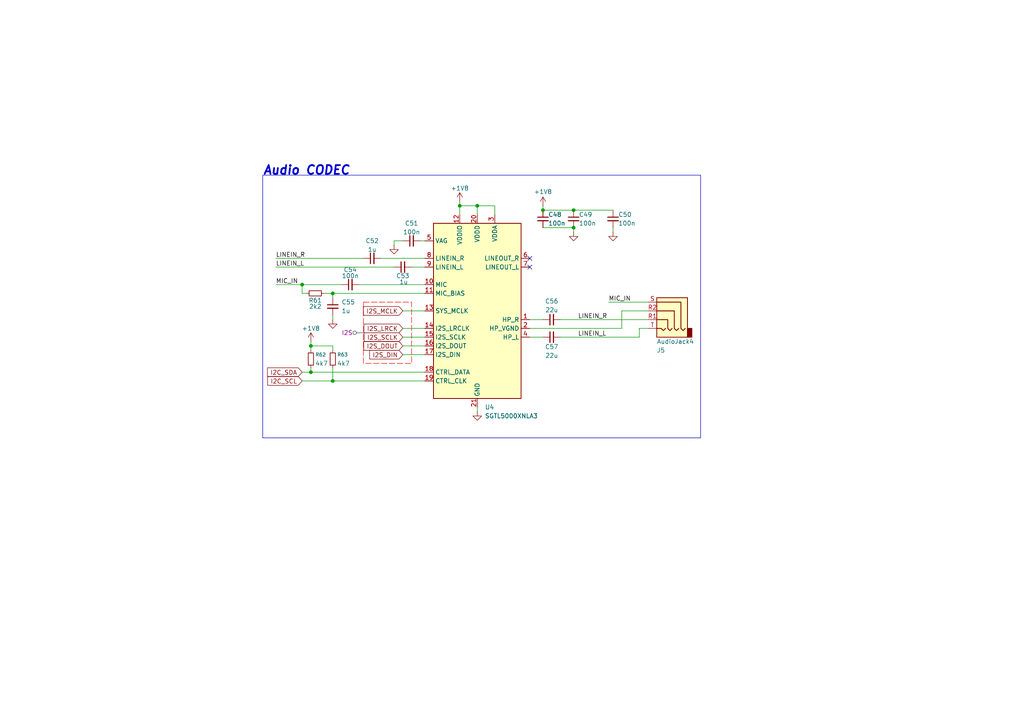
<source format=kicad_sch>
(kicad_sch (version 20250114) (generator "eeschema") (generator_version "9.0")
  (paper "A4")
  (title_block (title "FPGA Zynq7000 Dev Board") (date "2025-07-10") (rev "A"))
  (lib_symbols
    (symbol "Audio:SGTL5000XNLA3"
      (property "Reference" "U" (at 0 0 0))
      (property "Value" "SGTL5000XNLA3" (at -5.08 -27.94 0))
      (symbol "SGTL5000XNLA3_0_1"
        (rectangle (start -12.7 25.4) (end 12.7 -25.4) (stroke (width 0.254)) (fill (type background)))
      )
      (symbol "SGTL5000XNLA3_1_1"
        (pin passive line (at -15.24 20.32 0) (length 2.54) (name "VAG") (number "5"))
        (pin input line (at -15.24 15.24 0) (length 2.54) (name "LINEIN_R") (number "8"))
        (pin input line (at -15.24 12.7 0) (length 2.54) (name "LINEIN_L") (number "9"))
        (pin input line (at -15.24 7.62 0) (length 2.54) (name "MIC") (number "10"))
        (pin input line (at -15.24 5.08 0) (length 2.54) (name "MIC_BIAS") (number "11"))
        (pin input line (at -15.24 0 0) (length 2.54) (name "SYS_MCLK") (number "13"))
        (pin input line (at -15.24 -5.08 0) (length 2.54) (name "I2S_LRCLK") (number "14"))
        (pin input line (at -15.24 -7.62 0) (length 2.54) (name "I2S_SCLK") (number "15"))
        (pin output line (at -15.24 -10.16 0) (length 2.54) (name "I2S_DOUT") (number "16"))
        (pin input line (at -15.24 -12.7 0) (length 2.54) (name "I2S_DIN") (number "17"))
        (pin input line (at -15.24 -17.78 0) (length 2.54) (name "CTRL_DATA") (number "18"))
        (pin input line (at -15.24 -20.32 0) (length 2.54) (name "CTRL_CLK") (number "19"))
        (pin power_in line (at -5.08 27.94 270) (length 2.54) (name "VDDIO") (number "12"))
        (pin power_in line (at 0 27.94 270) (length 2.54) (name "VDDD") (number "20"))
        (pin power_in line (at 0 -27.94 90) (length 2.54) (name "GND") (number "21"))
        (pin power_in line (at 5.08 27.94 270) (length 2.54) (name "VDDA") (number "3"))
        (pin output line (at 15.24 15.24 180) (length 2.54) (name "LINEOUT_R") (number "6"))
        (pin output line (at 15.24 12.7 180) (length 2.54) (name "LINEOUT_L") (number "7"))
        (pin output line (at 15.24 -2.54 180) (length 2.54) (name "HP_R") (number "1"))
        (pin power_out line (at 15.24 -5.08 180) (length 2.54) (name "HP_VGND") (number "2"))
        (pin output line (at 15.24 -7.62 180) (length 2.54) (name "HP_L") (number "4"))
      )
    )
    (symbol "Connector_Audio:AudioJack4"
      (property "Reference" "J" (at 0 8.89 0))
      (property "Value" "AudioJack4" (at 0 6.35 0))
      (symbol "AudioJack4_0_1"
        (rectangle (start -6.35 -5.08) (end -7.62 -7.62) (stroke (width 0.254)) (fill (type outline)))
        (polyline (pts (xy -5.715 -5.08) (xy -5.08 -5.715) (xy -4.445 -5.08) (xy -4.445 2.54) (xy 2.54 2.54)) (stroke (width 0.254)))
        (polyline (pts (xy -1.905 -5.08) (xy -1.27 -5.715) (xy -0.635 -5.08) (xy -0.635 -2.54) (xy 2.54 -2.54)) (stroke (width 0.254)))
        (polyline (pts (xy 0 -5.08) (xy 0.635 -5.715) (xy 1.27 -5.08) (xy 2.54 -5.08)) (stroke (width 0.254)))
        (rectangle (start 2.54 3.81) (end -6.35 -7.62) (stroke (width 0.254)) (fill (type background)))
        (polyline (pts (xy 2.54 0) (xy -2.54 0) (xy -2.54 -5.08) (xy -3.175 -5.715) (xy -3.81 -5.08)) (stroke (width 0.254)))
      )
      (symbol "AudioJack4_1_1"
        (pin passive line (at 5.08 2.54 180) (length 2.54) (name "~") (number "S"))
        (pin passive line (at 5.08 0 180) (length 2.54) (name "~") (number "R2"))
        (pin passive line (at 5.08 -2.54 180) (length 2.54) (name "~") (number "R1"))
        (pin passive line (at 5.08 -5.08 180) (length 2.54) (name "~") (number "T"))
      )
    )
    (symbol "Device:C_Small" (pin_numbers (hide yes)) (pin_names (offset 0.254) (hide yes))
      (property "Reference" "C" (at 0.254 1.778 0))
      (property "Value" "C_Small" (at 0.254 -2.032 0))
      (symbol "C_Small_0_1"
        (polyline (pts (xy -1.524 0.508) (xy 1.524 0.508)) (stroke (width 0.3048)))
        (polyline (pts (xy -1.524 -0.508) (xy 1.524 -0.508)) (stroke (width 0.3302)))
      )
      (symbol "C_Small_1_1"
        (pin passive line (at 0 2.54 270) (length 2.032) (name "~") (number "1"))
        (pin passive line (at 0 -2.54 90) (length 2.032) (name "~") (number "2"))
      )
    )
    (symbol "Device:R_Small" (pin_numbers (hide yes)) (pin_names (offset 0.254) (hide yes))
      (property "Reference" "R" (at 0 0 90))
      (property "Value" "R_Small" (at 1.778 0 90))
      (symbol "R_Small_0_1"
        (rectangle (start -0.762 1.778) (end 0.762 -1.778) (stroke (width 0.2032)))
      )
      (symbol "R_Small_1_1"
        (pin passive line (at 0 2.54 270) (length 0.762) (name "~") (number "1"))
        (pin passive line (at 0 -2.54 90) (length 0.762) (name "~") (number "2"))
      )
    )
    (symbol "power:GND" (power) (pin_numbers (hide yes)) (pin_names (offset 0) (hide yes))
      (property "Value" "GND" (at 0 -3.81 0))
      (symbol "GND_0_1"
        (polyline (pts (xy 0 0) (xy 0 -1.27) (xy 1.27 -1.27) (xy 0 -2.54) (xy -1.27 -1.27) (xy 0 -1.27)))
      )
      (symbol "GND_1_1"
        (pin power_in line (at 0 0 270) (length 0) (name "~") (number "1"))
      )
    )
    (symbol "power:VDD" (power) (pin_numbers (hide yes)) (pin_names (offset 0) (hide yes))
      (property "Value" "VDD" (at 0 3.556 0))
      (symbol "VDD_0_1"
        (polyline (pts (xy -0.762 1.27) (xy 0 2.54)))
        (polyline (pts (xy 0 2.54) (xy 0.762 1.27)))
        (polyline (pts (xy 0 0) (xy 0 2.54)))
      )
      (symbol "VDD_1_1"
        (pin power_in line (at 0 0 90) (length 0) (name "~") (number "1"))
      )
    )
  )
  (rectangle (start 76.2 50.8) (end 203.2 127))
  (text "Audio CODEC" (at 76.2 49.53 0) (effects (font (size 2.54 2.54) (thickness 0.508) (bold yes) (italic yes)) (justify left)))
  (junction (at 90.17 100.33))
  (junction (at 87.63 82.55))
  (junction (at 138.43 59.69))
  (junction (at 96.52 85.09))
  (junction (at 166.37 66.04))
  (junction (at 157.48 60.96))
  (junction (at 166.37 60.96))
  (junction (at 90.17 107.95))
  (junction (at 96.52 110.49))
  (junction (at 133.35 59.69))
  (no_connect (at 153.67 77.47))
  (no_connect (at 153.67 74.93))
  (wire (pts (xy 90.17 100.33) (xy 90.17 101.6)))
  (wire (pts (xy 93.98 85.09) (xy 96.52 85.09)))
  (wire (pts (xy 185.42 95.25) (xy 185.42 97.79)))
  (wire (pts (xy 185.42 95.25) (xy 187.96 95.25)))
  (wire (pts (xy 114.3 69.85) (xy 116.84 69.85)))
  (wire (pts (xy 87.63 82.55) (xy 87.63 85.09)))
  (wire (pts (xy 96.52 85.09) (xy 123.19 85.09)))
  (wire (pts (xy 153.67 95.25) (xy 180.34 95.25)))
  (wire (pts (xy 116.84 97.79) (xy 123.19 97.79)))
  (wire (pts (xy 157.48 59.69) (xy 157.48 60.96)))
  (wire (pts (xy 116.84 100.33) (xy 123.19 100.33)))
  (wire (pts (xy 96.52 85.09) (xy 96.52 86.36)))
  (wire (pts (xy 133.35 58.42) (xy 133.35 59.69)))
  (wire (pts (xy 90.17 107.95) (xy 123.19 107.95)))
  (wire (pts (xy 162.56 92.71) (xy 187.96 92.71)))
  (wire (pts (xy 96.52 106.68) (xy 96.52 110.49)))
  (wire (pts (xy 153.67 92.71) (xy 157.48 92.71)))
  (wire (pts (xy 90.17 106.68) (xy 90.17 107.95)))
  (wire (pts (xy 157.48 66.04) (xy 166.37 66.04)))
  (wire (pts (xy 177.8 66.04) (xy 177.8 67.31)))
  (wire (pts (xy 104.14 82.55) (xy 123.19 82.55)))
  (wire (pts (xy 110.49 74.93) (xy 123.19 74.93)))
  (wire (pts (xy 114.3 71.12) (xy 114.3 69.85)))
  (wire (pts (xy 88.9 85.09) (xy 87.63 85.09)))
  (wire (pts (xy 133.35 59.69) (xy 138.43 59.69)))
  (wire (pts (xy 80.01 77.47) (xy 114.3 77.47)))
  (wire (pts (xy 157.48 60.96) (xy 166.37 60.96)))
  (wire (pts (xy 138.43 59.69) (xy 138.43 62.23)))
  (wire (pts (xy 90.17 99.06) (xy 90.17 100.33)))
  (wire (pts (xy 116.84 90.17) (xy 123.19 90.17)))
  (wire (pts (xy 87.63 110.49) (xy 96.52 110.49)))
  (wire (pts (xy 162.56 97.79) (xy 185.42 97.79)))
  (wire (pts (xy 176.53 87.63) (xy 187.96 87.63)))
  (wire (pts (xy 166.37 60.96) (xy 177.8 60.96)))
  (wire (pts (xy 138.43 59.69) (xy 143.51 59.69)))
  (wire (pts (xy 116.84 95.25) (xy 123.19 95.25)))
  (wire (pts (xy 143.51 59.69) (xy 143.51 62.23)))
  (wire (pts (xy 119.38 77.47) (xy 123.19 77.47)))
  (wire (pts (xy 138.43 118.11) (xy 138.43 119.38)))
  (wire (pts (xy 87.63 82.55) (xy 99.06 82.55)))
  (wire (pts (xy 116.84 102.87) (xy 123.19 102.87)))
  (wire (pts (xy 80.01 82.55) (xy 87.63 82.55)))
  (wire (pts (xy 180.34 90.17) (xy 187.96 90.17)))
  (wire (pts (xy 87.63 107.95) (xy 90.17 107.95)))
  (wire (pts (xy 166.37 66.04) (xy 166.37 67.31)))
  (wire (pts (xy 96.52 100.33) (xy 96.52 101.6)))
  (wire (pts (xy 96.52 91.44) (xy 96.52 92.71)))
  (wire (pts (xy 96.52 110.49) (xy 123.19 110.49)))
  (wire (pts (xy 153.67 97.79) (xy 157.48 97.79)))
  (wire (pts (xy 180.34 90.17) (xy 180.34 95.25)))
  (wire (pts (xy 121.92 69.85) (xy 123.19 69.85)))
  (wire (pts (xy 90.17 100.33) (xy 96.52 100.33)))
  (wire (pts (xy 133.35 59.69) (xy 133.35 62.23)))
  (wire (pts (xy 80.01 74.93) (xy 105.41 74.93)))
  (label "LINEIN_R" (at 167.64 92.71 0))
  (label "LINEIN_L" (at 80.01 77.47 0))
  (label "MIC_IN" (at 176.53 87.63 0))
  (label "LINEIN_R" (at 80.01 74.93 0))
  (label "MIC_IN" (at 80.01 82.55 0))
  (label "LINEIN_L" (at 167.64 97.79 0))
  (global_label "I2S_DIN" (shape input) (at 116.84 102.87 180) (property "Intersheetrefs" "${INTERSHEET_REFS}" (effects (hide yes))))
  (global_label "I2C_SCL" (shape input) (at 87.63 110.49 180) (property "Intersheetrefs" "${INTERSHEET_REFS}" (effects (hide yes))))
  (global_label "I2S_SCLK" (shape input) (at 116.84 97.79 180) (property "Intersheetrefs" "${INTERSHEET_REFS}" (effects (hide yes))))
  (global_label "I2S_MCLK" (shape input) (at 116.84 90.17 180) (property "Intersheetrefs" "${INTERSHEET_REFS}" (effects (hide yes))))
  (global_label "I2S_DOUT" (shape input) (at 116.84 100.33 180) (property "Intersheetrefs" "${INTERSHEET_REFS}" (effects (hide yes))))
  (global_label "I2S_LRCK" (shape input) (at 116.84 95.25 180) (property "Intersheetrefs" "${INTERSHEET_REFS}" (effects (hide yes))))
  (global_label "I2C_SDA" (shape input) (at 87.63 107.95 180) (property "Intersheetrefs" "${INTERSHEET_REFS}" (effects (hide yes))))
  (rule_area (polyline (pts (xy 105.41 87.63) (xy 119.38 87.63) (xy 119.38 105.41) (xy 105.41 105.41)) (stroke (width 0) (type dash))))
  (netclass_flag "" (length 2.54) (shape round) (at 105.41 96.52 90) (property "Netclass" "I2S" (at 99.06 96.52 0) (effects (justify left))))
  (symbol (lib_id "Device:C_Small") (at 101.6 82.55 90) (unit 1)
    (property "Reference" "C54" (at 101.6 78.232 90))
    (property "Value" "100n" (at 101.6 80.01 90))
    (property "Footprint" "Capacitor_SMD:C_0402_1005Metric" (effects (hide yes)))
    (property "Description" "Unpolarized capacitor, small symbol" (effects (hide yes)))
  )
  (symbol (lib_id "Device:C_Small") (at 96.52 88.9 0) (unit 1)
    (property "Reference" "C55" (at 99.06 87.63 0) (effects (justify left)))
    (property "Value" "1u" (at 99.06 90.17 0) (effects (justify left)))
    (property "Footprint" "Capacitor_SMD:C_0402_1005Metric" (effects (hide yes)))
    (property "Description" "Unpolarized capacitor, small symbol" (effects (hide yes)))
  )
  (symbol (lib_id "Device:R_Small") (at 96.52 104.14 0) (unit 1)
    (property "Reference" "R63" (at 97.79 102.87 0) (effects (font (size 1.016 1.016)) (justify left)))
    (property "Value" "4k7" (at 97.79 105.4099 0) (effects (justify left)))
    (property "Footprint" "Resistor_SMD:R_0402_1005Metric" (effects (hide yes)))
    (property "Description" "Resistor, small symbol" (effects (hide yes)))
  )
  (symbol (lib_id "Device:R_Small") (at 91.44 85.09 90) (unit 1)
    (property "Reference" "R61" (at 91.44 87.122 90))
    (property "Value" "2k2" (at 91.44 88.9 90))
    (property "Footprint" "Resistor_SMD:R_0402_1005Metric" (effects (hide yes)))
    (property "Description" "Resistor, small symbol" (effects (hide yes)))
  )
  (symbol (lib_id "power:GND") (at 166.37 67.31 0) (unit 1)
    (property "Reference" "#PWR064" (effects (hide yes)))
    (property "Value" "GND" (effects (hide yes)))
    (property "Description" "Power symbol creates a global label with name \"GND\" , ground" (effects (hide yes)))
  )
  (symbol (lib_id "Device:C_Small") (at 116.84 77.47 90) (unit 1)
    (property "Reference" "C53" (at 116.84 80.01 90))
    (property "Value" "1u" (at 117.094 81.788 90))
    (property "Footprint" "Capacitor_SMD:C_0402_1005Metric" (effects (hide yes)))
    (property "Description" "Unpolarized capacitor, small symbol" (effects (hide yes)))
  )
  (symbol (lib_id "Device:C_Small") (at 160.02 97.79 90) (unit 1)
    (property "Reference" "C57" (at 160.02 100.584 90))
    (property "Value" "22u" (at 160.02 103.124 90))
    (property "Footprint" "Capacitor_SMD:C_0603_1608Metric" (effects (hide yes)))
    (property "Description" "Unpolarized capacitor, small symbol" (effects (hide yes)))
  )
  (symbol (lib_id "Connector_Audio:AudioJack4") (at 193.04 90.17 0) (mirror y) (unit 1)
    (property "Reference" "J5" (at 190.5 101.6 0) (effects (justify right)))
    (property "Value" "AudioJack4" (at 190.5 99.06 0) (effects (justify right)))
    (property "Footprint" "Connector_Audio:Jack_3.5mm_PJ320D_Horizontal" (effects (hide yes)))
    (property "Description" "Audio Jack, 4 Poles (TRRS)" (effects (hide yes)))
  )
  (symbol (lib_id "Device:C_Small") (at 119.38 69.85 90) (unit 1)
    (property "Reference" "C51" (at 119.38 64.77 90))
    (property "Value" "100n" (at 119.38 67.31 90))
    (property "Footprint" "Capacitor_SMD:C_0402_1005Metric" (effects (hide yes)))
    (property "Description" "Unpolarized capacitor, small symbol" (effects (hide yes)))
  )
  (symbol (lib_id "power:VDD") (at 133.35 58.42 0) (unit 1)
    (property "Reference" "#PWR062" (effects (hide yes)))
    (property "Value" "+1V8" (at 133.35 54.61 0))
    (property "Description" "Power symbol creates a global label with name \"VDD\"" (effects (hide yes)))
  )
  (symbol (lib_id "power:GND") (at 114.3 71.12 0) (unit 1)
    (property "Reference" "#PWR066" (effects (hide yes)))
    (property "Value" "GND" (effects (hide yes)))
    (property "Description" "Power symbol creates a global label with name \"GND\" , ground" (effects (hide yes)))
  )
  (symbol (lib_id "Device:C_Small") (at 157.48 63.5 0) (unit 1)
    (property "Reference" "C48" (at 159.004 62.23 0) (effects (justify left)))
    (property "Value" "100n" (at 159.004 64.77 0) (effects (justify left)))
    (property "Footprint" "Capacitor_SMD:C_0402_1005Metric" (effects (hide yes)))
    (property "Description" "Unpolarized capacitor, small symbol" (effects (hide yes)))
  )
  (symbol (lib_id "Device:R_Small") (at 90.17 104.14 0) (unit 1)
    (property "Reference" "R62" (at 91.44 102.87 0) (effects (font (size 1.016 1.016)) (justify left)))
    (property "Value" "4k7" (at 91.44 105.4099 0) (effects (justify left)))
    (property "Footprint" "Resistor_SMD:R_0402_1005Metric" (effects (hide yes)))
    (property "Description" "Resistor, small symbol" (effects (hide yes)))
  )
  (symbol (lib_id "Device:C_Small") (at 166.37 63.5 0) (unit 1)
    (property "Reference" "C49" (at 167.894 62.23 0) (effects (justify left)))
    (property "Value" "100n" (at 167.894 64.77 0) (effects (justify left)))
    (property "Footprint" "Capacitor_SMD:C_0402_1005Metric" (effects (hide yes)))
    (property "Description" "Unpolarized capacitor, small symbol" (effects (hide yes)))
  )
  (symbol (lib_id "power:VDD") (at 90.17 99.06 0) (unit 1)
    (property "Reference" "#PWR068" (effects (hide yes)))
    (property "Value" "+1V8" (at 90.17 95.25 0))
    (property "Description" "Power symbol creates a global label with name \"VDD\"" (effects (hide yes)))
  )
  (symbol (lib_id "power:GND") (at 138.43 119.38 0) (unit 1)
    (property "Reference" "#PWR069" (effects (hide yes)))
    (property "Value" "GND" (effects (hide yes)))
    (property "Description" "Power symbol creates a global label with name \"GND\" , ground" (effects (hide yes)))
  )
  (symbol (lib_id "power:GND") (at 96.52 92.71 0) (unit 1)
    (property "Reference" "#PWR067" (effects (hide yes)))
    (property "Value" "GND" (effects (hide yes)))
    (property "Description" "Power symbol creates a global label with name \"GND\" , ground" (effects (hide yes)))
  )
  (symbol (lib_id "Device:C_Small") (at 160.02 92.71 90) (unit 1)
    (property "Reference" "C56" (at 160.02 87.376 90))
    (property "Value" "22u" (at 160.02 89.916 90))
    (property "Footprint" "Capacitor_SMD:C_0603_1608Metric" (effects (hide yes)))
    (property "Description" "Unpolarized capacitor, small symbol" (effects (hide yes)))
  )
  (symbol (lib_id "power:VDD") (at 157.48 59.69 0) (unit 1)
    (property "Reference" "#PWR063" (effects (hide yes)))
    (property "Value" "+1V8" (at 157.48 55.626 0))
    (property "Description" "Power symbol creates a global label with name \"VDD\"" (effects (hide yes)))
  )
  (symbol (lib_id "power:GND") (at 177.8 67.31 0) (unit 1)
    (property "Reference" "#PWR065" (effects (hide yes)))
    (property "Value" "GND" (effects (hide yes)))
    (property "Description" "Power symbol creates a global label with name \"GND\" , ground" (effects (hide yes)))
  )
  (symbol (lib_id "Audio:SGTL5000XNLA3") (at 138.43 90.17 0) (unit 1)
    (property "Reference" "U4" (at 140.6241 118.11 0) (effects (justify left)))
    (property "Value" "SGTL5000XNLA3" (at 140.6241 120.65 0) (effects (justify left)))
    (property "Footprint" "Package_DFN_QFN:QFN-20-1EP_3x3mm_P0.4mm_EP1.65x1.65mm" (effects (hide yes)))
    (property "Datasheet" "https://www.nxp.com/docs/en/data-sheet/SGTL5000.pdf" (effects (hide yes)))
    (property "Description" "Low Power Stereo Codec with Headphone Amp, QFN-20" (effects (hide yes)))
  )
  (symbol (lib_id "Device:C_Small") (at 177.8 63.5 0) (unit 1)
    (property "Reference" "C50" (at 179.324 62.23 0) (effects (justify left)))
    (property "Value" "100n" (at 179.324 64.77 0) (effects (justify left)))
    (property "Footprint" "Capacitor_SMD:C_0402_1005Metric" (effects (hide yes)))
    (property "Description" "Unpolarized capacitor, small symbol" (effects (hide yes)))
  )
  (symbol (lib_id "Device:C_Small") (at 107.95 74.93 90) (unit 1)
    (property "Reference" "C52" (at 107.95 69.85 90))
    (property "Value" "1u" (at 107.95 72.39 90))
    (property "Footprint" "Capacitor_SMD:C_0402_1005Metric" (effects (hide yes)))
    (property "Description" "Unpolarized capacitor, small symbol" (effects (hide yes)))
  )
)
</source>
